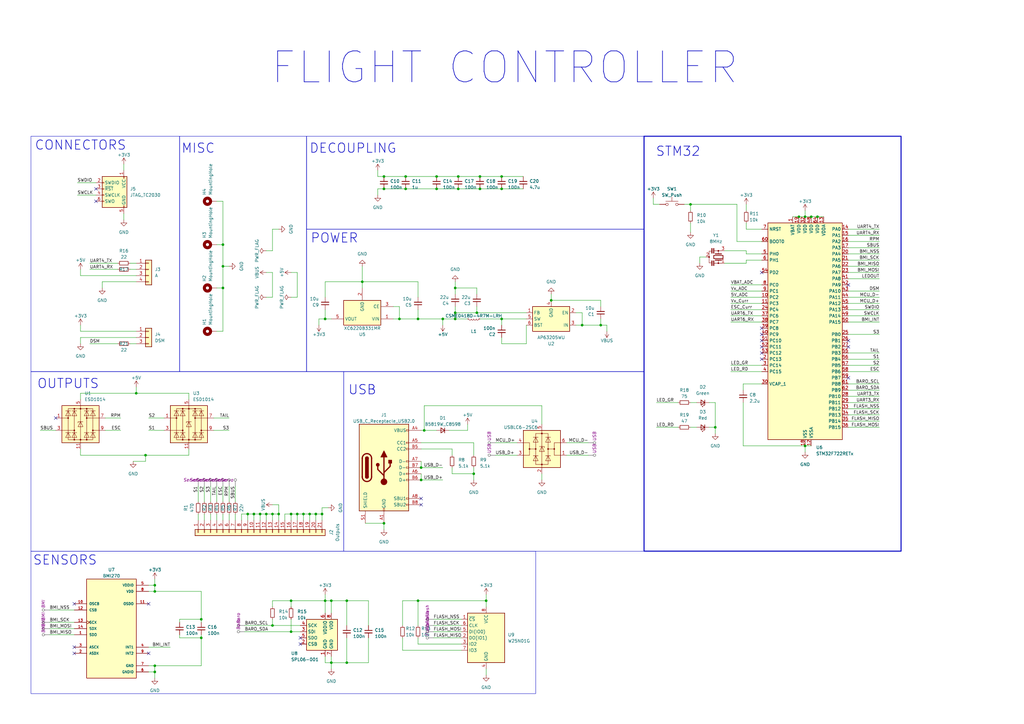
<source format=kicad_sch>
(kicad_sch (version 20250114) (generator "eeschema") (generator_version "9.0")
  (paper "A3")
  (rectangle (start 12.7 152.4) (end 140.97 226.06))
  (rectangle (start 12.7 226.06) (end 219.71 284.48))
  (rectangle (start 125.73 55.88) (end 264.16 93.98))
  (rectangle (start 73.66 55.88) (end 125.73 152.4))
  (rectangle (start 125.73 93.98) (end 264.16 152.4))
  (rectangle (start 140.97 152.4) (end 264.16 226.06))
  (rectangle (start 12.7 55.88) (end 73.66 152.4))
  (rectangle (start 264.16 55.88) (end 369.57 226.06) (stroke (width 0.4)))
  (text "USB" (at 148.59 160.02 0) (effects (font (size 3.81 3.81) (thickness 0.254) (bold yes))))
  (text "POWER" (at 137.16 97.79 0) (effects (font (size 3.81 3.81) (thickness 0.254) (bold yes))))
  (text "MISC" (at 81.28 60.96 0) (effects (font (size 3.81 3.81) (thickness 0.254) (bold yes))))
  (text "CONNECTORS\n" (at 33.02 59.69 0) (effects (font (size 3.81 3.81) (thickness 0.254) (bold yes))))
  (text "OUTPUTS\n" (at 27.94 157.48 0) (effects (font (size 3.81 3.81) (thickness 0.254) (bold yes))))
  (text "DECOUPLING" (at 144.78 60.96 0) (effects (font (size 3.81 3.81) (thickness 0.254) (bold yes))))
  (text "FLIGHT CONTROLLER" (at 207.01 27.94 0) (effects (font (size 12.7 12.7) (thickness 0.254) (bold yes))))
  (text "STM32\n" (at 278.13 62.23 0) (effects (font (size 3.81 3.81) (thickness 0.254) (bold yes))))
  (text "SENSORS\n" (at 26.67 229.87 0) (effects (font (size 3.81 3.81) (thickness 0.254) (bold yes))))
  (junction (at 187.96 72.39))
  (junction (at 133.35 130.81))
  (junction (at 59.69 186.69))
  (junction (at 142.24 271.78))
  (junction (at 181.61 130.81))
  (junction (at 238.76 133.35))
  (junction (at 82.55 261.62))
  (junction (at 196.85 72.39))
  (junction (at 82.55 254))
  (junction (at 199.39 246.38))
  (junction (at 327.66 88.9))
  (junction (at 135.89 271.78))
  (junction (at 109.22 210.82))
  (junction (at 104.14 210.82))
  (junction (at 179.07 72.39))
  (junction (at 119.38 259.08))
  (junction (at 135.89 246.38))
  (junction (at 101.6 210.82))
  (junction (at 63.5 242.57))
  (junction (at 173.99 176.53))
  (junction (at 172.72 191.77))
  (junction (at 283.21 83.82))
  (junction (at 91.44 100.33))
  (junction (at 124.46 210.82))
  (junction (at 142.24 246.38))
  (junction (at 179.07 77.47))
  (junction (at 166.37 72.39))
  (junction (at 91.44 109.22))
  (junction (at 121.92 210.82))
  (junction (at 171.45 246.38))
  (junction (at 55.88 161.29))
  (junction (at 148.59 115.57))
  (junction (at 119.38 246.38))
  (junction (at 133.35 246.38))
  (junction (at 157.48 214.63))
  (junction (at 157.48 77.47))
  (junction (at 187.96 77.47))
  (junction (at 163.83 130.81))
  (junction (at 186.69 118.11))
  (junction (at 127 210.82))
  (junction (at 172.72 196.85))
  (junction (at 63.5 273.05))
  (junction (at 129.54 210.82))
  (junction (at 330.2 182.88))
  (junction (at 166.37 77.47))
  (junction (at 171.45 130.81))
  (junction (at 186.69 128.27))
  (junction (at 330.2 88.9))
  (junction (at 114.3 210.82))
  (junction (at 63.5 240.03))
  (junction (at 111.76 256.54))
  (junction (at 195.58 128.27))
  (junction (at 132.08 210.82))
  (junction (at 157.48 72.39))
  (junction (at 226.06 123.19))
  (junction (at 111.76 210.82))
  (junction (at 205.74 77.47))
  (junction (at 335.28 88.9))
  (junction (at 119.38 210.82))
  (junction (at 196.85 77.47))
  (junction (at 205.74 130.81))
  (junction (at 332.74 88.9))
  (junction (at 246.38 133.35))
  (junction (at 194.31 194.31))
  (junction (at 106.68 210.82))
  (junction (at 186.69 130.81))
  (junction (at 91.44 118.11))
  (junction (at 293.37 175.26))
  (junction (at 205.74 72.39))
  (junction (at 63.5 275.59))
  (no_connect (at 312.42 137.16))
  (no_connect (at 39.37 82.55))
  (no_connect (at 312.42 142.24))
  (no_connect (at 123.19 261.62))
  (no_connect (at 347.98 142.24))
  (no_connect (at 312.42 139.7))
  (no_connect (at 60.96 267.97))
  (no_connect (at 312.42 111.76))
  (no_connect (at 39.37 77.47))
  (no_connect (at 312.42 147.32))
  (no_connect (at 347.98 116.84))
  (no_connect (at 22.86 171.45))
  (no_connect (at 60.96 247.65))
  (no_connect (at 172.72 204.47))
  (no_connect (at 30.48 247.65))
  (no_connect (at 312.42 144.78))
  (no_connect (at 347.98 154.94))
  (no_connect (at 30.48 267.97))
  (no_connect (at 312.42 134.62))
  (no_connect (at 30.48 265.43))
  (no_connect (at 123.19 264.16))
  (no_connect (at 347.98 139.7))
  (no_connect (at 172.72 207.01))
  (wire (pts (xy 33.02 163.83) (xy 33.02 161.29)))
  (wire (pts (xy 171.45 115.57) (xy 148.59 115.57)))
  (wire (pts (xy 91.44 210.82) (xy 91.44 213.36)))
  (wire (pts (xy 287.02 105.41) (xy 287.02 107.95)))
  (wire (pts (xy 63.5 237.49) (xy 63.5 240.03)))
  (wire (pts (xy 347.98 137.16) (xy 360.68 137.16)))
  (wire (pts (xy 73.66 254) (xy 82.55 254)))
  (wire (pts (xy 187.96 72.39) (xy 196.85 72.39)))
  (wire (pts (xy 283.21 83.82) (xy 283.21 86.36)))
  (wire (pts (xy 347.98 99.06) (xy 360.68 99.06)))
  (wire (pts (xy 20.32 250.19) (xy 30.48 250.19)))
  (wire (pts (xy 246.38 133.35) (xy 248.92 133.35)))
  (wire (pts (xy 347.98 129.54) (xy 360.68 129.54)))
  (wire (pts (xy 205.74 72.39) (xy 214.63 72.39)))
  (wire (pts (xy 20.32 257.81) (xy 30.48 257.81)))
  (wire (pts (xy 20.32 255.27) (xy 30.48 255.27)))
  (wire (pts (xy 31.75 74.93) (xy 39.37 74.93)))
  (wire (pts (xy 299.72 132.08) (xy 312.42 132.08)))
  (wire (pts (xy 195.58 120.65) (xy 195.58 118.11)))
  (wire (pts (xy 132.08 210.82) (xy 132.08 213.36)))
  (wire (pts (xy 312.42 93.98) (xy 306.07 93.98)))
  (wire (pts (xy 302.26 99.06) (xy 302.26 83.82)))
  (wire (pts (xy 347.98 175.26) (xy 360.68 175.26)))
  (wire (pts (xy 53.34 140.97) (xy 55.88 140.97)))
  (wire (pts (xy 172.72 181.61) (xy 194.31 181.61)))
  (wire (pts (xy 297.18 107.95) (xy 306.07 107.95)))
  (wire (pts (xy 332.74 88.9) (xy 335.28 88.9)))
  (wire (pts (xy 347.98 104.14) (xy 360.68 104.14)))
  (wire (pts (xy 55.88 158.75) (xy 55.88 161.29)))
  (wire (pts (xy 73.66 261.62) (xy 82.55 261.62)))
  (wire (pts (xy 299.72 116.84) (xy 312.42 116.84)))
  (wire (pts (xy 312.42 157.48) (xy 304.8 157.48)))
  (wire (pts (xy 280.67 83.82) (xy 283.21 83.82)))
  (wire (pts (xy 116.84 210.82) (xy 119.38 210.82)))
  (wire (pts (xy 91.44 118.11) (xy 91.44 109.22)))
  (wire (pts (xy 133.35 271.78) (xy 135.89 271.78)))
  (wire (pts (xy 119.38 121.92) (xy 121.92 121.92)))
  (wire (pts (xy 232.41 181.61) (xy 241.3 181.61)))
  (wire (pts (xy 133.35 243.84) (xy 133.35 246.38)))
  (wire (pts (xy 43.18 171.45) (xy 49.53 171.45)))
  (wire (pts (xy 154.94 77.47) (xy 154.94 80.01)))
  (wire (pts (xy 163.83 125.73) (xy 163.83 130.81)))
  (wire (pts (xy 172.72 194.31) (xy 172.72 196.85)))
  (wire (pts (xy 77.47 184.15) (xy 77.47 186.69)))
  (wire (pts (xy 347.98 121.92) (xy 360.68 121.92)))
  (wire (pts (xy 20.32 260.35) (xy 30.48 260.35)))
  (wire (pts (xy 77.47 161.29) (xy 77.47 163.83)))
  (wire (pts (xy 165.1 261.62) (xy 165.1 266.7)))
  (wire (pts (xy 205.74 140.97) (xy 205.74 138.43)))
  (wire (pts (xy 36.83 140.97) (xy 48.26 140.97)))
  (wire (pts (xy 53.34 107.95) (xy 55.88 107.95)))
  (wire (pts (xy 129.54 210.82) (xy 129.54 213.36)))
  (wire (pts (xy 106.68 210.82) (xy 104.14 210.82)))
  (wire (pts (xy 330.2 182.88) (xy 330.2 185.42)))
  (wire (pts (xy 347.98 167.64) (xy 360.68 167.64)))
  (wire (pts (xy 177.8 256.54) (xy 189.23 256.54)))
  (wire (pts (xy 205.74 77.47) (xy 214.63 77.47)))
  (wire (pts (xy 347.98 114.3) (xy 360.68 114.3)))
  (wire (pts (xy 246.38 133.35) (xy 238.76 133.35)))
  (wire (pts (xy 142.24 246.38) (xy 142.24 256.54)))
  (wire (pts (xy 203.2 181.61) (xy 212.09 181.61)))
  (wire (pts (xy 111.76 210.82) (xy 109.22 210.82)))
  (wire (pts (xy 91.44 199.39) (xy 91.44 205.74)))
  (wire (pts (xy 148.59 115.57) (xy 133.35 115.57)))
  (wire (pts (xy 347.98 132.08) (xy 360.68 132.08)))
  (wire (pts (xy 177.8 254) (xy 189.23 254)))
  (wire (pts (xy 111.76 256.54) (xy 123.19 256.54)))
  (wire (pts (xy 347.98 172.72) (xy 360.68 172.72)))
  (wire (pts (xy 114.3 210.82) (xy 111.76 210.82)))
  (wire (pts (xy 304.8 157.48) (xy 304.8 160.02)))
  (wire (pts (xy 157.48 77.47) (xy 154.94 77.47)))
  (wire (pts (xy 232.41 186.69) (xy 241.3 186.69)))
  (wire (pts (xy 186.69 128.27) (xy 195.58 128.27)))
  (wire (pts (xy 31.75 80.01) (xy 39.37 80.01)))
  (wire (pts (xy 199.39 246.38) (xy 199.39 248.92)))
  (wire (pts (xy 82.55 242.57) (xy 82.55 254)))
  (wire (pts (xy 59.69 189.23) (xy 54.61 189.23)))
  (wire (pts (xy 171.45 246.38) (xy 199.39 246.38)))
  (wire (pts (xy 166.37 72.39) (xy 179.07 72.39)))
  (wire (pts (xy 166.37 77.47) (xy 179.07 77.47)))
  (wire (pts (xy 347.98 160.02) (xy 360.68 160.02)))
  (wire (pts (xy 330.2 182.88) (xy 332.74 182.88)))
  (wire (pts (xy 83.82 199.39) (xy 83.82 205.74)))
  (wire (pts (xy 132.08 208.28) (xy 132.08 210.82)))
  (wire (pts (xy 63.5 273.05) (xy 60.96 273.05)))
  (wire (pts (xy 290.83 175.26) (xy 293.37 175.26)))
  (wire (pts (xy 312.42 99.06) (xy 302.26 99.06)))
  (wire (pts (xy 67.31 171.45) (xy 60.96 171.45)))
  (wire (pts (xy 132.08 210.82) (xy 129.54 210.82)))
  (wire (pts (xy 347.98 119.38) (xy 360.68 119.38)))
  (wire (pts (xy 59.69 186.69) (xy 77.47 186.69)))
  (wire (pts (xy 306.07 106.68) (xy 306.07 107.95)))
  (wire (pts (xy 111.76 93.98) (xy 114.3 93.98)))
  (wire (pts (xy 327.66 88.9) (xy 330.2 88.9)))
  (wire (pts (xy 148.59 115.57) (xy 148.59 118.11)))
  (wire (pts (xy 325.12 88.9) (xy 327.66 88.9)))
  (wire (pts (xy 82.55 261.62) (xy 82.55 260.35)))
  (wire (pts (xy 96.52 210.82) (xy 96.52 213.36)))
  (wire (pts (xy 304.8 165.1) (xy 304.8 182.88)))
  (wire (pts (xy 236.22 133.35) (xy 238.76 133.35)))
  (wire (pts (xy 270.51 83.82) (xy 267.97 83.82)))
  (wire (pts (xy 121.92 210.82) (xy 121.92 213.36)))
  (wire (pts (xy 196.85 72.39) (xy 205.74 72.39)))
  (wire (pts (xy 82.55 254) (xy 82.55 255.27)))
  (wire (pts (xy 124.46 210.82) (xy 121.92 210.82)))
  (wire (pts (xy 215.9 128.27) (xy 195.58 128.27)))
  (wire (pts (xy 157.48 72.39) (xy 154.94 72.39)))
  (wire (pts (xy 215.9 130.81) (xy 205.74 130.81)))
  (wire (pts (xy 33.02 110.49) (xy 33.02 113.03)))
  (wire (pts (xy 114.3 207.01) (xy 111.76 207.01)))
  (wire (pts (xy 181.61 130.81) (xy 171.45 130.81)))
  (wire (pts (xy 50.8 67.31) (xy 50.8 69.85)))
  (wire (pts (xy 299.72 124.46) (xy 312.42 124.46)))
  (wire (pts (xy 119.38 254) (xy 119.38 259.08)))
  (wire (pts (xy 347.98 165.1) (xy 360.68 165.1)))
  (wire (pts (xy 88.9 100.33) (xy 91.44 100.33)))
  (wire (pts (xy 49.53 176.53) (xy 43.18 176.53)))
  (wire (pts (xy 186.69 130.81) (xy 186.69 128.27)))
  (wire (pts (xy 100.33 256.54) (xy 111.76 256.54)))
  (wire (pts (xy 121.92 111.76) (xy 119.38 111.76)))
  (wire (pts (xy 59.69 186.69) (xy 59.69 189.23)))
  (wire (pts (xy 171.45 121.92) (xy 171.45 115.57)))
  (wire (pts (xy 157.48 214.63) (xy 157.48 217.17)))
  (wire (pts (xy 226.06 123.19) (xy 226.06 120.65)))
  (wire (pts (xy 109.22 111.76) (xy 111.76 111.76)))
  (wire (pts (xy 283.21 175.26) (xy 285.75 175.26)))
  (wire (pts (xy 181.61 133.35) (xy 181.61 130.81)))
  (wire (pts (xy 186.69 118.11) (xy 186.69 120.65)))
  (wire (pts (xy 119.38 246.38) (xy 133.35 246.38)))
  (wire (pts (xy 347.98 152.4) (xy 360.68 152.4)))
  (wire (pts (xy 111.76 246.38) (xy 119.38 246.38)))
  (wire (pts (xy 130.81 133.35) (xy 130.81 130.81)))
  (wire (pts (xy 129.54 210.82) (xy 127 210.82)))
  (wire (pts (xy 142.24 271.78) (xy 151.13 271.78)))
  (wire (pts (xy 335.28 88.9) (xy 337.82 88.9)))
  (wire (pts (xy 73.66 254) (xy 73.66 255.27)))
  (wire (pts (xy 135.89 246.38) (xy 142.24 246.38)))
  (wire (pts (xy 86.36 199.39) (xy 86.36 205.74)))
  (wire (pts (xy 109.22 210.82) (xy 106.68 210.82)))
  (wire (pts (xy 55.88 135.89) (xy 33.02 135.89)))
  (wire (pts (xy 347.98 157.48) (xy 360.68 157.48)))
  (wire (pts (xy 172.72 191.77) (xy 181.61 191.77)))
  (wire (pts (xy 157.48 72.39) (xy 166.37 72.39)))
  (wire (pts (xy 172.72 176.53) (xy 173.99 176.53)))
  (wire (pts (xy 134.62 208.28) (xy 132.08 208.28)))
  (wire (pts (xy 50.8 87.63) (xy 50.8 90.17)))
  (wire (pts (xy 238.76 128.27) (xy 236.22 128.27)))
  (wire (pts (xy 347.98 101.6) (xy 360.68 101.6)))
  (wire (pts (xy 299.72 119.38) (xy 312.42 119.38)))
  (wire (pts (xy 171.45 127) (xy 171.45 130.81)))
  (wire (pts (xy 306.07 83.82) (xy 306.07 86.36)))
  (wire (pts (xy 330.2 86.36) (xy 330.2 88.9)))
  (wire (pts (xy 306.07 91.44) (xy 306.07 93.98)))
  (wire (pts (xy 106.68 210.82) (xy 106.68 213.36)))
  (wire (pts (xy 293.37 175.26) (xy 293.37 177.8)))
  (wire (pts (xy 33.02 186.69) (xy 59.69 186.69)))
  (wire (pts (xy 347.98 96.52) (xy 360.68 96.52)))
  (wire (pts (xy 100.33 259.08) (xy 119.38 259.08)))
  (wire (pts (xy 347.98 149.86) (xy 360.68 149.86)))
  (wire (pts (xy 185.42 194.31) (xy 194.31 194.31)))
  (wire (pts (xy 165.1 246.38) (xy 171.45 246.38)))
  (wire (pts (xy 222.25 166.37) (xy 173.99 166.37)))
  (wire (pts (xy 171.45 264.16) (xy 189.23 264.16)))
  (wire (pts (xy 205.74 130.81) (xy 205.74 133.35)))
  (wire (pts (xy 173.99 176.53) (xy 179.07 176.53)))
  (wire (pts (xy 104.14 210.82) (xy 104.14 213.36)))
  (wire (pts (xy 171.45 261.62) (xy 171.45 264.16)))
  (wire (pts (xy 195.58 118.11) (xy 186.69 118.11)))
  (wire (pts (xy 222.25 194.31) (xy 222.25 196.85)))
  (wire (pts (xy 196.85 77.47) (xy 205.74 77.47)))
  (wire (pts (xy 199.39 243.84) (xy 199.39 246.38)))
  (wire (pts (xy 63.5 242.57) (xy 82.55 242.57)))
  (wire (pts (xy 87.63 176.53) (xy 93.98 176.53)))
  (wire (pts (xy 179.07 77.47) (xy 187.96 77.47)))
  (wire (pts (xy 96.52 199.39) (xy 96.52 205.74)))
  (wire (pts (xy 111.76 254) (xy 111.76 256.54)))
  (wire (pts (xy 55.88 161.29) (xy 77.47 161.29)))
  (wire (pts (xy 33.02 161.29) (xy 55.88 161.29)))
  (wire (pts (xy 109.22 102.87) (xy 111.76 102.87)))
  (wire (pts (xy 60.96 265.43) (xy 69.85 265.43)))
  (wire (pts (xy 93.98 210.82) (xy 93.98 213.36)))
  (wire (pts (xy 347.98 124.46) (xy 360.68 124.46)))
  (wire (pts (xy 297.18 102.87) (xy 306.07 102.87)))
  (wire (pts (xy 88.9 135.89) (xy 91.44 135.89)))
  (wire (pts (xy 119.38 210.82) (xy 121.92 210.82)))
  (wire (pts (xy 347.98 162.56) (xy 360.68 162.56)))
  (wire (pts (xy 114.3 210.82) (xy 114.3 213.36)))
  (wire (pts (xy 133.35 121.92) (xy 133.35 115.57)))
  (wire (pts (xy 269.24 175.26) (xy 278.13 175.26)))
  (wire (pts (xy 191.77 130.81) (xy 186.69 130.81)))
  (wire (pts (xy 215.9 140.97) (xy 205.74 140.97)))
  (wire (pts (xy 133.35 130.81) (xy 135.89 130.81)))
  (wire (pts (xy 177.8 259.08) (xy 189.23 259.08)))
  (wire (pts (xy 222.25 166.37) (xy 222.25 173.99)))
  (wire (pts (xy 199.39 274.32) (xy 199.39 276.86)))
  (wire (pts (xy 36.83 107.95) (xy 48.26 107.95)))
  (wire (pts (xy 177.8 261.62) (xy 189.23 261.62)))
  (wire (pts (xy 63.5 273.05) (xy 82.55 273.05)))
  (wire (pts (xy 81.28 199.39) (xy 81.28 205.74)))
  (wire (pts (xy 172.72 184.15) (xy 185.42 184.15)))
  (wire (pts (xy 33.02 138.43) (xy 55.88 138.43)))
  (wire (pts (xy 91.44 109.22) (xy 93.98 109.22)))
  (wire (pts (xy 135.89 269.24) (xy 135.89 271.78)))
  (wire (pts (xy 248.92 135.89) (xy 248.92 133.35)))
  (wire (pts (xy 22.86 176.53) (xy 16.51 176.53)))
  (wire (pts (xy 173.99 166.37) (xy 173.99 176.53)))
  (wire (pts (xy 184.15 176.53) (xy 191.77 176.53)))
  (wire (pts (xy 194.31 191.77) (xy 194.31 194.31)))
  (wire (pts (xy 63.5 275.59) (xy 63.5 278.13)))
  (wire (pts (xy 83.82 210.82) (xy 83.82 213.36)))
  (wire (pts (xy 33.02 138.43) (xy 33.02 140.97)))
  (wire (pts (xy 109.22 210.82) (xy 109.22 213.36)))
  (wire (pts (xy 91.44 109.22) (xy 91.44 100.33)))
  (wire (pts (xy 111.76 248.92) (xy 111.76 246.38)))
  (wire (pts (xy 186.69 130.81) (xy 181.61 130.81)))
  (wire (pts (xy 283.21 165.1) (xy 285.75 165.1)))
  (wire (pts (xy 93.98 199.39) (xy 93.98 205.74)))
  (wire (pts (xy 60.96 240.03) (xy 63.5 240.03)))
  (wire (pts (xy 135.89 271.78) (xy 135.89 274.32)))
  (wire (pts (xy 41.91 115.57) (xy 41.91 118.11)))
  (wire (pts (xy 163.83 130.81) (xy 161.29 130.81)))
  (wire (pts (xy 101.6 210.82) (xy 99.06 210.82)))
  (wire (pts (xy 191.77 173.99) (xy 191.77 176.53)))
  (wire (pts (xy 347.98 147.32) (xy 360.68 147.32)))
  (wire (pts (xy 171.45 256.54) (xy 171.45 246.38)))
  (wire (pts (xy 306.07 104.14) (xy 312.42 104.14)))
  (wire (pts (xy 269.24 165.1) (xy 278.13 165.1)))
  (wire (pts (xy 194.31 194.31) (xy 194.31 196.85)))
  (wire (pts (xy 133.35 246.38) (xy 135.89 246.38)))
  (wire (pts (xy 149.86 214.63) (xy 157.48 214.63)))
  (wire (pts (xy 53.34 110.49) (xy 55.88 110.49)))
  (wire (pts (xy 111.76 210.82) (xy 111.76 213.36)))
  (wire (pts (xy 293.37 165.1) (xy 293.37 175.26)))
  (wire (pts (xy 293.37 165.1) (xy 290.83 165.1)))
  (wire (pts (xy 101.6 210.82) (xy 101.6 213.36)))
  (wire (pts (xy 215.9 133.35) (xy 215.9 140.97)))
  (wire (pts (xy 99.06 210.82) (xy 99.06 213.36)))
  (wire (pts (xy 186.69 118.11) (xy 186.69 115.57)))
  (wire (pts (xy 299.72 129.54) (xy 312.42 129.54)))
  (wire (pts (xy 111.76 121.92) (xy 111.76 111.76)))
  (wire (pts (xy 187.96 77.47) (xy 196.85 77.47)))
  (wire (pts (xy 347.98 111.76) (xy 360.68 111.76)))
  (wire (pts (xy 238.76 133.35) (xy 238.76 128.27)))
  (wire (pts (xy 86.36 210.82) (xy 86.36 213.36)))
  (wire (pts (xy 283.21 91.44) (xy 283.21 95.25)))
  (wire (pts (xy 299.72 149.86) (xy 312.42 149.86)))
  (wire (pts (xy 154.94 69.85) (xy 154.94 72.39)))
  (wire (pts (xy 185.42 184.15) (xy 185.42 186.69)))
  (wire (pts (xy 347.98 127) (xy 360.68 127)))
  (wire (pts (xy 151.13 271.78) (xy 151.13 261.62)))
  (wire (pts (xy 88.9 118.11) (xy 91.44 118.11)))
  (wire (pts (xy 133.35 130.81) (xy 133.35 127)))
  (wire (pts (xy 142.24 261.62) (xy 142.24 271.78)))
  (wire (pts (xy 142.24 246.38) (xy 151.13 246.38)))
  (wire (pts (xy 347.98 106.68) (xy 360.68 106.68)))
  (wire (pts (xy 133.35 246.38) (xy 133.35 251.46)))
  (wire (pts (xy 60.96 242.57) (xy 63.5 242.57)))
  (wire (pts (xy 148.59 115.57) (xy 148.59 109.22)))
  (wire (pts (xy 33.02 186.69) (xy 33.02 184.15)))
  (wire (pts (xy 133.35 269.24) (xy 133.35 271.78)))
  (wire (pts (xy 127 210.82) (xy 124.46 210.82)))
  (wire (pts (xy 109.22 121.92) (xy 111.76 121.92)))
  (wire (pts (xy 299.72 127) (xy 312.42 127)))
  (wire (pts (xy 172.72 189.23) (xy 172.72 191.77)))
  (wire (pts (xy 104.14 210.82) (xy 101.6 210.82)))
  (wire (pts (xy 267.97 81.28) (xy 267.97 83.82)))
  (wire (pts (xy 60.96 176.53) (xy 67.31 176.53)))
  (wire (pts (xy 135.89 271.78) (xy 142.24 271.78)))
  (wire (pts (xy 186.69 128.27) (xy 186.69 125.73)))
  (wire (pts (xy 91.44 82.55) (xy 88.9 82.55)))
  (wire (pts (xy 312.42 106.68) (xy 306.07 106.68)))
  (wire (pts (xy 347.98 109.22) (xy 360.68 109.22)))
  (wire (pts (xy 127 210.82) (xy 127 213.36)))
  (wire (pts (xy 347.98 144.78) (xy 360.68 144.78)))
  (wire (pts (xy 135.89 246.38) (xy 135.89 251.46)))
  (wire (pts (xy 87.63 171.45) (xy 93.98 171.45)))
  (wire (pts (xy 114.3 210.82) (xy 114.3 207.01)))
  (wire (pts (xy 119.38 246.38) (xy 119.38 248.92)))
  (wire (pts (xy 111.76 102.87) (xy 111.76 93.98)))
  (wire (pts (xy 91.44 135.89) (xy 91.44 118.11)))
  (wire (pts (xy 73.66 261.62) (xy 73.66 260.35)))
  (wire (pts (xy 81.28 210.82) (xy 81.28 213.36)))
  (wire (pts (xy 165.1 266.7) (xy 189.23 266.7)))
  (wire (pts (xy 124.46 210.82) (xy 124.46 213.36)))
  (wire (pts (xy 119.38 259.08) (xy 123.19 259.08)))
  (wire (pts (xy 172.72 196.85) (xy 181.61 196.85)))
  (wire (pts (xy 91.44 100.33) (xy 91.44 82.55)))
  (wire (pts (xy 63.5 275.59) (xy 60.96 275.59)))
  (wire (pts (xy 161.29 125.73) (xy 163.83 125.73)))
  (wire (pts (xy 283.21 83.82) (xy 302.26 83.82)))
  (wire (pts (xy 55.88 115.57) (xy 41.91 115.57)))
  (wire (pts (xy 246.38 130.81) (xy 246.38 133.35)))
  (wire (pts (xy 289.56 105.41) (xy 287.02 105.41)))
  (wire (pts (xy 36.83 110.49) (xy 48.26 110.49)))
  (wire (pts (xy 195.58 128.27) (xy 195.58 125.73)))
  (wire (pts (xy 299.72 121.92) (xy 312.42 121.92)))
  (wire (pts (xy 347.98 93.98) (xy 360.68 93.98)))
  (wire (pts (xy 88.9 210.82) (xy 88.9 213.36)))
  (wire (pts (xy 119.38 213.36) (xy 119.38 210.82)))
  (wire (pts (xy 203.2 186.69) (xy 212.09 186.69)))
  (wire (pts (xy 226.06 123.19) (xy 246.38 123.19)))
  (wire (pts (xy 330.2 88.9) (xy 332.74 88.9)))
  (wire (pts (xy 63.5 242.57) (xy 63.5 240.03)))
  (wire (pts (xy 246.38 123.19) (xy 246.38 125.73)))
  (wire (pts (xy 205.74 130.81) (xy 196.85 130.81)))
  (wire (pts (xy 157.48 77.47) (xy 166.37 77.47)))
  (wire (pts (xy 304.8 182.88) (xy 330.2 182.88)))
  (wire (pts (xy 306.07 102.87) (xy 306.07 104.14)))
  (wire (pts (xy 299.72 152.4) (xy 312.42 152.4)))
  (wire (pts (xy 179.07 72.39) (xy 187.96 72.39)))
  (wire (pts (xy 171.45 130.81) (xy 163.83 130.81)))
  (wire (pts (xy 185.42 191.77) (xy 185.42 194.31)))
  (wire (pts (xy 82.55 273.05) (xy 82.55 261.62)))
  (wire (pts (xy 194.31 181.61) (xy 194.31 186.69)))
  (wire (pts (xy 55.88 113.03) (xy 33.02 113.03)))
  (wire (pts (xy 33.02 133.35) (xy 33.02 135.89)))
  (wire (pts (xy 133.35 130.81) (xy 130.81 130.81)))
  (wire (pts (xy 116.84 213.36) (xy 116.84 210.82)))
  (wire (pts (xy 88.9 199.39) (xy 88.9 205.74)))
  (wire (pts (xy 165.1 256.54) (xy 165.1 246.38)))
  (wire (pts (xy 151.13 246.38) (xy 151.13 256.54)))
  (wire (pts (xy 63.5 273.05) (xy 63.5 275.59)))
  (wire (pts (xy 121.92 121.92) (xy 121.92 111.76)))
  (wire (pts (xy 347.98 170.18) (xy 360.68 170.18)))
  (label "SBUS" (at 16.51 176.53 0))
  (label "MCU_D+" (at 203.2 181.61 0))
  (label "UART4_RX" (at 36.83 110.49 0))
  (label "S3" (at 93.98 176.53 180))
  (label "USB_D-" (at 181.61 191.77 180))
  (label "FLASH_MOSI" (at 177.8 259.08 0))
  (label "UART3_TX" (at 360.68 162.56 180))
  (label "UART4_TX" (at 36.83 107.95 0))
  (label "MCU_D+" (at 360.68 124.46 180))
  (label "ESC" (at 360.68 152.4 180))
  (label "S2" (at 60.96 171.45 0))
  (label "DSM" (at 360.68 119.38 180))
  (label "BMI_NSS" (at 20.32 250.19 0))
  (label "LED_GR" (at 299.72 149.86 0))
  (label "BMI_MISO" (at 360.68 109.22 180))
  (label "BARO_SDA" (at 100.33 259.08 0))
  (label "FLASH_NSS" (at 177.8 254 0))
  (label "RPM" (at 93.98 199.39 270))
  (label "DSM" (at 36.83 140.97 0))
  (label "BARO_SCL" (at 100.33 256.54 0))
  (label "ESC" (at 91.44 199.39 270))
  (label "SWDIO" (at 31.75 74.93 0))
  (label "TAIL" (at 93.98 171.45 180))
  (label "MCU_D-" (at 241.3 181.61 180))
  (label "USB_D+" (at 203.2 186.69 0))
  (label "BMI_MOSI" (at 360.68 111.76 180))
  (label "Vx_ADC" (at 299.72 119.38 0))
  (label "BMI_INT" (at 360.68 132.08 180))
  (label "FLASH_MOSI" (at 360.68 175.26 180))
  (label "BARO_SDA" (at 360.68 160.02 180))
  (label "LEDOUT" (at 360.68 114.3 180))
  (label "TAIL" (at 88.9 199.39 270))
  (label "USB_D+" (at 181.61 196.85 180))
  (label "S1" (at 360.68 147.32 180))
  (label "RPM" (at 360.68 99.06 180))
  (label "SBUS" (at 96.52 199.39 270))
  (label "LED_GR" (at 269.24 165.1 0))
  (label "FLASH_NSS" (at 360.68 167.64 180))
  (label "UART4_RX" (at 360.68 96.52 180))
  (label "VBAT_ADC" (at 299.72 116.84 0))
  (label "BARO_SCL" (at 360.68 157.48 180))
  (label "BMI_SCK" (at 360.68 106.68 180))
  (label "S1" (at 81.28 199.39 270))
  (label "BMI_INT" (at 69.85 265.43 180))
  (label "S2" (at 83.82 199.39 270))
  (label "S1" (at 60.96 176.53 0))
  (label "FLASH_MISO" (at 177.8 261.62 0))
  (label "LED_RD" (at 269.24 175.26 0))
  (label "FLASH_SCK" (at 360.68 170.18 180))
  (label "RPM" (at 49.53 171.45 180))
  (label "FLASH_MISO" (at 360.68 172.72 180))
  (label "UART6_TX" (at 299.72 129.54 0))
  (label "BMI_MISO" (at 20.32 260.35 0))
  (label "BMI_NSS" (at 360.68 104.14 180))
  (label "USB_D-" (at 241.3 186.69 180))
  (label "SWCLK" (at 360.68 129.54 180))
  (label "UART6_RX" (at 299.72 132.08 0))
  (label "UART3_RX" (at 360.68 165.1 180))
  (label "S3" (at 360.68 137.16 180))
  (label "SWCLK" (at 31.75 80.01 0))
  (label "SBUS" (at 360.68 101.6 180))
  (label "UART4_TX" (at 360.68 93.98 180))
  (label "ESC" (at 49.53 176.53 180))
  (label "TAIL" (at 360.68 144.78 180))
  (label "S2" (at 360.68 149.86 180))
  (label "ESC_Curr" (at 299.72 127 0))
  (label "BMI_MOSI" (at 20.32 257.81 0))
  (label "Vx_Curr" (at 299.72 124.46 0))
  (label "FLASH_SCK" (at 177.8 256.54 0))
  (label "SWDIO" (at 360.68 127 180))
  (label "LED_RD" (at 299.72 152.4 0))
  (label "5V_ADC" (at 299.72 121.92 0))
  (label "BMI_SCK" (at 20.32 255.27 0))
  (label "S3" (at 86.36 199.39 270))
  (label "MCU_D-" (at 360.68 121.92 180))
  (netclass_flag "" (length 2.54) (shape round) (at 100.33 256.54 90) (property "Netclass" "Baro" (at 97.79 255.8415 90) (effects (font (italic yes)) (justify left))))
  (netclass_flag "" (length 2.54) (shape round) (at 96.52 199.39 0) (property "Netclass" "Servo" (at 95.8215 196.85 0) (effects (font (italic yes)) (justify right))))
  (netclass_flag "" (length 2.54) (shape round) (at 93.98 199.39 0) (property "Netclass" "Servo" (at 93.2815 196.85 0) (effects (font (italic yes)) (justify right))))
  (netclass_flag "" (length 2.54) (shape round) (at 100.33 259.08 90) (property "Netclass" "Baro" (at 97.79 258.3815 90) (effects (font (italic yes)) (justify left))))
  (netclass_flag "" (length 2.54) (shape round) (at 241.3 181.61 270) (property "Netclass" "USB" (at 243.84 180.9115 90) (effects (font (italic yes)) (justify left))))
  (netclass_flag "" (length 2.54) (shape round) (at 20.32 260.35 90) (property "Netclass" "BMI" (at 17.78 259.6515 90) (effects (font (italic yes)) (justify left))))
  (netclass_flag "" (length 2.54) (shape round) (at 86.36 199.39 0) (property "Netclass" "Servo" (at 85.6615 196.85 0) (effects (font (italic yes)) (justify right))))
  (netclass_flag "" (length 2.54) (shape round) (at 20.32 250.19 90) (property "Netclass" "BMI" (at 17.78 249.4915 90) (effects (font (italic yes)) (justify left))))
  (netclass_flag "" (length 2.54) (shape round) (at 177.8 256.54 90) (property "Netclass" "Flash" (at 175.26 255.8415 90) (effects (font (italic yes)) (justify left))))
  (netclass_flag "" (length 2.54) (shape round) (at 91.44 199.39 0) (property "Netclass" "Servo" (at 90.7415 196.85 0) (effects (font (italic yes)) (justify right))))
  (netclass_flag "" (length 2.54) (shape round) (at 177.8 259.08 90) (property "Netclass" "Flash" (at 175.26 258.3815 90) (effects (font (italic yes)) (justify left))))
  (netclass_flag "" (length 2.54) (shape round) (at 81.28 199.39 0) (property "Netclass" "Servo" (at 80.5815 196.85 0) (effects (font (italic yes)) (justify right))))
  (netclass_flag "" (length 2.54) (shape round) (at 83.82 199.39 0) (property "Netclass" "Servo" (at 83.1215 196.85 0) (effects (font (italic yes)) (justify right))))
  (netclass_flag "" (length 2.54) (shape round) (at 203.2 186.69 90) (property "Netclass" "USB" (at 200.66 185.9915 90) (effects (font (italic yes)) (justify left))))
  (netclass_flag "" (length 2.54) (shape round) (at 203.2 181.61 90) (property "Netclass" "USB" (at 200.66 180.9115 90) (effects (font (italic yes)) (justify left))))
  (netclass_flag "" (length 2.54) (shape round) (at 177.8 254 90) (property "Netclass" "Flash" (at 175.26 253.3015 90) (effects (font (italic yes)) (justify left))))
  (netclass_flag "" (length 2.54) (shape round) (at 177.8 261.62 90) (property "Netclass" "Flash" (at 175.26 260.9215 90) (effects (font (italic yes)) (justify left))))
  (netclass_flag "" (length 2.54) (shape round) (at 20.32 255.27 90) (property "Netclass" "BMI" (at 17.78 254.5715 90) (effects (font (italic yes)) (justify left))))
  (netclass_flag "" (length 2.54) (shape round) (at 20.32 257.81 90) (property "Netclass" "BMI" (at 17.78 257.1115 90) (effects (font (italic yes)) (justify left))))
  (netclass_flag "" (length 2.54) (shape round) (at 88.9 199.39 0) (property "Netclass" "Servo" (at 88.2015 196.85 0) (effects (font (italic yes)) (justify right))))
  (netclass_flag "" (length 2.54) (shape round) (at 241.3 186.69 270) (property "Netclass" "USB" (at 243.84 185.9915 90) (effects (font (italic yes)) (justify left))))
  (symbol (lib_id "power:GND") (at 114.3 93.98 90) (unit 1)
    (property "Reference" "#PWR033" (effects (hide yes)))
    (property "Value" "GND" (at 119.38 93.98 0))
  )
  (symbol (lib_id "Device:R_Small") (at 283.21 88.9 0) (unit 1)
    (property "Reference" "R10" (at 285.75 88.265 0) (effects (justify left)))
    (property "Value" "10k" (at 285.75 90.805 0) (effects (justify left)))
    (property "Footprint" "Resistor_SMD:R_0402_1005Metric" (effects (hide yes)))
  )
  (symbol (lib_id "Device:R_Small") (at 96.52 208.28 0) (mirror y) (unit 1)
    (property "Reference" "R7" (at 96.52 208.28 90))
    (property "Value" "22r" (at 99.06 208.28 90))
    (property "Footprint" "Resistor_SMD:R_0402_1005Metric" (effects (hide yes)))
  )
  (symbol (lib_id "power:GND") (at 293.37 177.8 0) (unit 1)
    (property "Reference" "#PWR030" (effects (hide yes)))
    (property "Value" "GND" (at 293.37 182.88 0))
  )
  (symbol (lib_id "Device:R_Small") (at 83.82 208.28 0) (mirror y) (unit 1)
    (property "Reference" "R2" (at 83.82 208.28 90))
    (property "Value" "470" (effects (hide yes)))
    (property "Footprint" "Resistor_SMD:R_0402_1005Metric" (effects (hide yes)))
  )
  (symbol (lib_id "power:GND") (at 287.02 107.95 0) (unit 1)
    (property "Reference" "#PWR034" (effects (hide yes)))
    (property "Value" "GND" (at 287.02 113.03 0))
  )
  (symbol (lib_id "Device:D_Small") (at 181.61 176.53 180) (unit 1)
    (property "Reference" "D1" (at 181.61 171.45 0))
    (property "Value" "B5819W_C8598" (at 181.61 173.99 0))
    (property "Footprint" "Diode_SMD:D_SOD-123" (effects (hide yes)))
    (property "Sim.Device" "D" (effects (hide yes)))
    (property "Sim.Pins" "1=K 2=A" (effects (hide yes)))
  )
  (symbol (lib_id "marbastlib_various:JTAG_TC2030") (at 45.72 80.01 0) (unit 1)
    (property "Reference" "J5" (at 53.34 77.47 0) (effects (justify left)))
    (property "Value" "JTAG_TC2030" (at 53.34 80.01 0) (effects (justify left)))
    (property "Footprint" "marbastlib_various:CON_TC2030_outlined" (effects (hide yes)))
    (property "Datasheet" " ~" (effects (hide yes)))
  )
  (symbol (lib_id "power:PWR_FLAG") (at 109.22 102.87 90) (unit 1)
    (property "Reference" "#FLG03" (effects (hide yes)))
    (property "Value" "PWR_FLAG" (at 105.41 102.87 0))
  )
  (symbol (lib_id "Device:R_Small") (at 81.28 208.28 0) (mirror y) (unit 1)
    (property "Reference" "R1" (at 76.2 208.28 90))
    (property "Value" "470" (at 78.74 208.28 90))
    (property "Footprint" "Resistor_SMD:R_0402_1005Metric" (effects (hide yes)))
  )
  (symbol (lib_id "power:VBUS") (at 109.22 111.76 90) (unit 1)
    (property "Reference" "#PWR031" (effects (hide yes)))
    (property "Value" "VBUS" (at 105.41 111.76 0))
  )
  (symbol (lib_id "power:PWR_FLAG") (at 119.38 121.92 90) (unit 1)
    (property "Reference" "#FLG02" (effects (hide yes)))
    (property "Value" "PWR_FLAG" (at 115.57 121.92 0))
  )
  (symbol (lib_id "Mechanical:MountingHole_Pad") (at 86.36 118.11 90) (unit 1)
    (property "Reference" "H2" (at 83.82 115.57 0) (effects (justify left)))
    (property "Value" "MountingHole" (at 86.36 115.57 0) (effects (justify left)))
    (property "Footprint" "MountingHole:MountingHole_2.2mm_M2_Pad_Via" (effects (hide yes)))
  )
  (symbol (lib_id "Device:C_Small") (at 246.38 128.27 180) (unit 1)
    (property "Reference" "C1" (at 243.84 128.8987 0) (effects (justify left)))
    (property "Value" "10u" (at 243.84 126.3587 0) (effects (justify left)))
    (property "Footprint" "Capacitor_SMD:C_0603_1608Metric" (effects (hide yes)))
  )
  (symbol (lib_id "power:GND") (at 148.59 109.22 180) (unit 1)
    (property "Reference" "#PWR015" (effects (hide yes)))
    (property "Value" "GND" (at 148.59 104.14 0))
  )
  (symbol (lib_id "Regulator_Linear:XC6220B331MR") (at 148.59 128.27 180) (unit 1)
    (property "Reference" "U5" (at 148.59 137.16 0))
    (property "Value" "XC6220B331MR" (at 148.59 134.62 0))
    (property "Footprint" "Package_TO_SOT_SMD:SOT-23-5" (effects (hide yes)))
    (property "Datasheet" "https://www.torexsemi.com/file/xc6220/XC6220.pdf" (effects (hide yes)))
  )
  (symbol (lib_id "power:GND") (at 222.25 196.85 0) (unit 1)
    (property "Reference" "#PWR010" (effects (hide yes)))
    (property "Value" "GND" (at 222.25 201.93 0))
  )
  (symbol (lib_id "Device:R_Small") (at 93.98 208.28 0) (mirror y) (unit 1)
    (property "Reference" "R6" (at 93.98 208.28 90))
    (property "Value" "470" (effects (hide yes)))
    (property "Footprint" "Resistor_SMD:R_0402_1005Metric" (effects (hide yes)))
  )
  (symbol (lib_id "Device:C_Small") (at 151.13 259.08 0) (unit 1)
    (property "Reference" "C15" (at 153.67 258.4513 0) (effects (justify left)))
    (property "Value" "100n" (at 153.67 260.9913 0) (effects (justify left)))
    (property "Footprint" "Capacitor_SMD:C_0402_1005Metric" (effects (hide yes)))
  )
  (symbol (lib_id "power:+5V") (at 55.88 158.75 0) (unit 1)
    (property "Reference" "#PWR05" (effects (hide yes)))
    (property "Value" "+5V" (at 55.88 154.94 0))
  )
  (symbol (lib_id "Device:C_Small") (at 73.66 257.81 0) (unit 1)
    (property "Reference" "C13" (at 76.2 257.1813 0) (effects (justify left)))
    (property "Value" "100n" (at 76.2 259.7213 0) (effects (justify left)))
    (property "Footprint" "Capacitor_SMD:C_0402_1005Metric" (effects (hide yes)))
  )
  (symbol (lib_id "Connector_Generic:Conn_01x04") (at 60.96 110.49 0) (unit 1)
    (property "Reference" "J3" (at 63.5 110.49 0) (effects (justify left)))
    (property "Value" "A" (at 63.5 113.03 0) (effects (justify left)))
    (property "Footprint" "Connector_JST:JST_GH_BM04B-GHS-TBT_1x04-1MP_P1.25mm_Vertical" (effects (hide yes)))
  )
  (symbol (lib_id "Connector_Generic:Conn_01x21") (at 106.68 218.44 90) (mirror x) (unit 1)
    (property "Reference" "J2" (at 135.89 217.17 0) (effects (justify left)))
    (property "Value" "Outputs" (at 138.43 214.63 0) (effects (justify left)))
    (property "Footprint" "servo:7xServo_Vertical" (effects (hide yes)))
  )
  (symbol (lib_id "Switch:SW_Push") (at 275.59 83.82 0) (unit 1)
    (property "Reference" "SW1" (at 275.59 77.47 0))
    (property "Value" "SW_Push" (at 275.59 80.01 0))
    (property "Footprint" "Button_Switch_SMD:SW_Push_SPST_NO_Alps_SKRK" (effects (hide yes)))
  )
  (symbol (lib_id "power:+3V3") (at 330.2 86.36 0) (unit 1)
    (property "Reference" "#PWR018" (effects (hide yes)))
    (property "Value" "+3V3" (at 330.2 82.55 0))
  )
  (symbol (lib_id "power:GND") (at 154.94 80.01 0) (unit 1)
    (property "Reference" "#PWR021" (effects (hide yes)))
    (property "Value" "GND" (at 154.94 85.09 0))
  )
  (symbol (lib_id "Device:C_Small") (at 214.63 74.93 0) (unit 1)
    (property "Reference" "C20" (at 217.17 74.3013 0) (effects (justify left)))
    (property "Value" "4.7u" (at 217.17 76.8413 0) (effects (justify left)))
    (property "Footprint" "Capacitor_SMD:C_0402_1005Metric" (effects (hide yes)))
  )
  (symbol (lib_id "Device:R_Small") (at 185.42 189.23 0) (unit 1)
    (property "Reference" "R8" (at 187.96 188.595 0) (effects (justify left)))
    (property "Value" "5.1k" (at 187.96 191.135 0) (effects (justify left)))
    (property "Footprint" "Resistor_SMD:R_0402_1005Metric" (effects (hide yes)))
  )
  (symbol (lib_id "power:GND") (at 330.2 185.42 0) (unit 1)
    (property "Reference" "#PWR019" (effects (hide yes)))
    (property "Value" "GND" (at 330.2 190.5 0))
  )
  (symbol (lib_id "Device:C_Small") (at 205.74 135.89 0) (unit 1)
    (property "Reference" "C2" (at 203.2 137.1664 0) (effects (justify right)))
    (property "Value" "100n" (at 203.2 134.6264 0) (effects (justify right)))
    (property "Footprint" "Capacitor_SMD:C_0402_1005Metric" (effects (hide yes)))
  )
  (symbol (lib_id "Device:C_Small") (at 166.37 74.93 0) (unit 1)
    (property "Reference" "C11" (at 168.91 74.3013 0) (effects (justify left)))
    (property "Value" "1u" (at 168.91 76.8413 0) (effects (justify left)))
    (property "Footprint" "Capacitor_SMD:C_0402_1005Metric" (effects (hide yes)))
  )
  (symbol (lib_id "bmi270:SPL06-001") (at 133.35 261.62 0) (unit 1)
    (property "Reference" "U8" (at 119.38 267.97 0) (effects (justify left)))
    (property "Value" "SPL06-001" (at 119.38 270.51 0) (effects (justify left)))
    (property "Footprint" "Package_LGA:Bosch_LGA-8_2x2.5mm_P0.65mm_ClockwisePinNumbering" (effects (hide yes)))
    (property "Datasheet" "https://ae-bst.resource.bosch.com/media/_tech/media/datasheets/BST-BMP280-DS001.pdf" (effects (hide yes)))
  )
  (symbol (lib_id "power:+5V") (at 119.38 111.76 90) (unit 1)
    (property "Reference" "#PWR032" (effects (hide yes)))
    (property "Value" "+5V" (at 115.57 111.76 0))
  )
  (symbol (lib_id "power:GND") (at 194.31 196.85 0) (unit 1)
    (property "Reference" "#PWR08" (effects (hide yes)))
    (property "Value" "GND" (at 194.31 201.93 0))
  )
  (symbol (lib_id "bmi270:W225N01GVZEIG") (at 199.39 261.62 0) (unit 1)
    (property "Reference" "U9" (at 208.28 260.35 0) (effects (justify left)))
    (property "Value" "W25N01G" (at 208.28 262.89 0) (effects (justify left)))
    (property "Footprint" "Package_SON:WSON-8-1EP_8x6mm_P1.27mm_EP3.4x4.3mm" (effects (hide yes)))
  )
  (symbol (lib_id "Device:C_Small") (at 82.55 257.81 0) (unit 1)
    (property "Reference" "C16" (at 85.09 257.1813 0) (effects (justify left)))
    (property "Value" "100n" (at 85.09 259.7213 0) (effects (justify left)))
    (property "Footprint" "Capacitor_SMD:C_0402_1005Metric" (effects (hide yes)))
  )
  (symbol (lib_id "power:GND") (at 41.91 118.11 0) (unit 1)
    (property "Reference" "#PWR029" (effects (hide yes)))
    (property "Value" "GND" (at 41.91 123.19 0))
  )
  (symbol (lib_id "Device:R_Small") (at 171.45 259.08 0) (unit 1)
    (property "Reference" "R13" (at 172.72 257.81 0) (effects (justify left)))
    (property "Value" "10k" (at 172.72 260.35 0) (effects (justify left)))
    (property "Footprint" "Resistor_SMD:R_0402_1005Metric" (effects (hide yes)))
  )
  (symbol (lib_id "Device:C_Small") (at 205.74 74.93 0) (unit 1)
    (property "Reference" "C19" (at 208.28 74.3013 0) (effects (justify left)))
    (property "Value" "100n" (at 208.28 76.8413 0) (effects (justify left)))
    (property "Footprint" "Capacitor_SMD:C_0402_1005Metric" (effects (hide yes)))
  )
  (symbol (lib_id "power:+3V3") (at 306.07 83.82 0) (unit 1)
    (property "Reference" "#PWR016" (effects (hide yes)))
    (property "Value" "+3V3" (at 306.07 80.01 0))
  )
  (symbol (lib_id "Device:C_Small") (at 187.96 74.93 0) (unit 1)
    (property "Reference" "C17" (at 190.5 74.3013 0) (effects (justify left)))
    (property "Value" "100n" (at 190.5 76.8413 0) (effects (justify left)))
    (property "Footprint" "Capacitor_SMD:C_0402_1005Metric" (effects (hide yes)))
  )
  (symbol (lib_id "Device:C_Small") (at 196.85 74.93 0) (unit 1)
    (property "Reference" "C18" (at 199.39 74.3013 0) (effects (justify left)))
    (property "Value" "100n" (at 199.39 76.8413 0) (effects (justify left)))
    (property "Footprint" "Capacitor_SMD:C_0402_1005Metric" (effects (hide yes)))
  )
  (symbol (lib_id "power:+5V") (at 33.02 110.49 0) (unit 1)
    (property "Reference" "#PWR028" (effects (hide yes)))
    (property "Value" "+5V" (at 33.02 106.68 0))
  )
  (symbol (lib_id "power:+3V3") (at 267.97 81.28 0) (unit 1)
    (property "Reference" "#PWR013" (effects (hide yes)))
    (property "Value" "+3V3" (at 267.97 77.47 0))
  )
  (symbol (lib_id "Device:C_Small") (at 304.8 162.56 0) (unit 1)
    (property "Reference" "C8" (at 307.34 161.9313 0) (effects (justify left)))
    (property "Value" "2.2u" (at 307.34 164.4713 0) (effects (justify left)))
    (property "Footprint" "Capacitor_SMD:C_0402_1005Metric" (effects (hide yes)))
  )
  (symbol (lib_id "Device:C_Small") (at 142.24 259.08 0) (unit 1)
    (property "Reference" "C12" (at 144.78 258.4513 0) (effects (justify left)))
    (property "Value" "100n" (at 144.78 260.9913 0) (effects (justify left)))
    (property "Footprint" "Capacitor_SMD:C_0402_1005Metric" (effects (hide yes)))
  )
  (symbol (lib_id "power:GND") (at 33.02 140.97 0) (unit 1)
    (property "Reference" "#PWR037" (effects (hide yes)))
    (property "Value" "GND" (at 33.02 146.05 0))
  )
  (symbol (lib_id "MCU_ST_STM32F7:STM32F722RETx") (at 330.2 137.16 0) (unit 1)
    (property "Reference" "U6" (at 334.6959 183.515 0) (effects (justify left)))
    (property "Value" "STM32F722RETx" (at 334.6959 186.055 0) (effects (justify left)))
    (property "Footprint" "Package_QFP:LQFP-64_10x10mm_P0.5mm" (effects (hide yes)))
    (property "Datasheet" "https://www.st.com/resource/en/datasheet/stm32f722re.pdf" (effects (hide yes)))
  )
  (symbol (lib_id "Device:R_Small") (at 50.8 107.95 90) (unit 1)
    (property "Reference" "R16" (at 50.8 102.87 90))
    (property "Value" "22" (at 50.8 105.41 90))
    (property "Footprint" "Resistor_SMD:R_0402_1005Metric" (effects (hide yes)))
  )
  (symbol (lib_id "bmi270:ESD1014") (at 33.02 173.99 0) (unit 1)
    (property "Reference" "U1" (at 34.6711 161.29 0) (effects (justify left)))
    (property "Value" "ESD1014" (at 34.6711 163.83 0) (effects (justify left)))
    (property "Footprint" "Package_DFN_QFN:DFN-10-1EP_2.6x2.6mm_P0.5mm_EP1.3x2.2mm" (effects (hide yes)))
  )
  (symbol (lib_id "power:+3V3") (at 199.39 243.84 0) (unit 1)
    (property "Reference" "#PWR026" (effects (hide yes)))
    (property "Value" "+3V3" (at 199.39 240.03 0))
  )
  (symbol (lib_id "Device:C_Small") (at 157.48 74.93 0) (unit 1)
    (property "Reference" "C10" (at 160.02 74.3013 0) (effects (justify left)))
    (property "Value" "100n" (at 160.02 76.8413 0) (effects (justify left)))
    (property "Footprint" "Capacitor_SMD:C_0402_1005Metric" (effects (hide yes)))
  )
  (symbol (lib_id "Device:LED_Small") (at 288.29 165.1 180) (unit 1)
    (property "Reference" "D2" (at 288.2265 158.75 0))
    (property "Value" "Green" (at 288.2265 161.29 0))
    (property "Footprint" "LED_SMD:LED_0603_1608Metric" (effects (hide yes)))
  )
  (symbol (lib_id "Device:R_Small") (at 50.8 140.97 90) (unit 1)
    (property "Reference" "R21" (at 50.8 140.97 90))
    (property "Value" "22" (at 50.8 143.51 90))
    (property "Footprint" "Resistor_SMD:R_0402_1005Metric" (effects (hide yes)))
  )
  (symbol (lib_id "Device:C_Small") (at 179.07 74.93 0) (unit 1)
    (property "Reference" "C14" (at 181.61 74.3013 0) (effects (justify left)))
    (property "Value" "100n" (at 181.61 76.8413 0) (effects (justify left)))
    (property "Footprint" "Capacitor_SMD:C_0402_1005Metric" (effects (hide yes)))
  )
  (symbol (lib_id "power:+5V") (at 191.77 173.99 0) (unit 1)
    (property "Reference" "#PWR07" (effects (hide yes)))
    (property "Value" "+5V" (at 191.77 170.18 0))
  )
  (symbol (lib_id "power:+3V3") (at 154.94 69.85 0) (unit 1)
    (property "Reference" "#PWR020" (effects (hide yes)))
    (property "Value" "+3V3" (at 154.94 66.04 0))
  )
  (symbol (lib_id "power:GND") (at 134.62 208.28 90) (mirror x) (unit 1)
    (property "Reference" "#PWR02" (effects (hide yes)))
    (property "Value" "GND" (at 139.7 208.28 0))
  )
  (symbol (lib_id "Device:C_Small") (at 186.69 123.19 180) (unit 1)
    (property "Reference" "C4" (at 184.15 124.4537 0) (effects (justify left)))
    (property "Value" "22u" (at 184.15 121.9137 0) (effects (justify left)))
    (property "Footprint" "Capacitor_SMD:C_0603_1608Metric" (effects (hide yes)))
  )
  (symbol (lib_id "Connector_Generic:Conn_01x03") (at 60.96 138.43 0) (unit 1)
    (property "Reference" "J4" (at 63.5 137.16 0) (effects (justify left)))
    (property "Value" "DSM" (at 63.5 139.7 0) (effects (justify left)))
    (property "Footprint" "footprints:JST_ZH_B3B-ZR_1x03_P1.50mm_Vertical" (effects (hide yes)))
  )
  (symbol (lib_id "Device:C_Small") (at 195.58 123.19 180) (unit 1)
    (property "Reference" "C3" (at 193.04 124.4537 0) (effects (justify left)))
    (property "Value" "22u" (at 193.04 121.9137 0) (effects (justify left)))
    (property "Footprint" "Capacitor_SMD:C_0603_1608Metric" (effects (hide yes)))
  )
  (symbol (lib_id "power:GND") (at 157.48 217.17 0) (unit 1)
    (property "Reference" "#PWR03" (effects (hide yes)))
    (property "Value" "GND" (at 157.48 222.25 0))
  )
  (symbol (lib_id "Mechanical:MountingHole_Pad") (at 86.36 135.89 90) (unit 1)
    (property "Reference" "H1" (at 83.82 133.35 0) (effects (justify left)))
    (property "Value" "MountingHole" (at 86.36 133.35 0) (effects (justify left)))
    (property "Footprint" "MountingHole:MountingHole_2.2mm_M2_Pad_Via" (effects (hide yes)))
  )
  (symbol (lib_id "Power_Protection:USBLC6-2SC6") (at 222.25 184.15 0) (mirror y) (unit 1)
    (property "Reference" "U4" (at 220.5989 172.72 0) (effects (justify left)))
    (property "Value" "USBLC6-2SC6" (at 220.5989 175.26 0) (effects (justify left)))
    (property "Footprint" "Package_TO_SOT_SMD:SOT-23-6" (effects (hide yes)))
    (property "Datasheet" "https://www.st.com/resource/en/datasheet/usblc6-2.pdf" (effects (hide yes)))
  )
  (symbol (lib_id "power:+3V3") (at 63.5 237.49 0) (unit 1)
    (property "Reference" "#PWR022" (effects (hide yes)))
    (property "Value" "+3V3" (at 63.5 233.68 0))
  )
  (symbol (lib_id "Device:R_Small") (at 280.67 175.26 90) (unit 1)
    (property "Reference" "R19" (at 280.67 170.18 90))
    (property "Value" "47" (at 280.67 172.72 90))
    (property "Footprint" "Resistor_SMD:R_0402_1005Metric" (effects (hide yes)))
  )
  (symbol (lib_id "power:VBUS") (at 248.92 135.89 180) (unit 1)
    (property "Reference" "#PWR04" (effects (hide yes)))
    (property "Value" "VBUS" (at 248.92 139.7 0))
  )
  (symbol (lib_id "Device:R_Small") (at 88.9 208.28 0) (mirror y) (unit 1)
    (property "Reference" "R4" (at 88.9 208.28 90))
    (property "Value" "470" (effects (hide yes)))
    (property "Footprint" "Resistor_SMD:R_0402_1005Metric" (effects (hide yes)))
  )
  (symbol (lib_id "Device:R_Small") (at 194.31 189.23 0) (unit 1)
    (property "Reference" "R9" (at 196.85 188.595 0) (effects (justify left)))
    (property "Value" "5.1k" (at 196.85 191.135 0) (effects (justify left)))
    (property "Footprint" "Resistor_SMD:R_0402_1005Metric" (effects (hide yes)))
  )
  (symbol (lib_id "power:GND") (at 50.8 90.17 0) (unit 1)
    (property "Reference" "#PWR038" (effects (hide yes)))
    (property "Value" "GND" (at 50.8 95.25 0))
  )
  (symbol (lib_id "Device:Resonator_Small") (at 294.64 105.41 270) (mirror x) (unit 1)
    (property "Reference" "Y1" (at 293.6367 96.52 90))
    (property "Value" "8MHz" (at 293.6367 99.06 90))
    (property "Footprint" "Crystal:Resonator_SMD_Murata_CSTxExxV-3Pin_3.0x1.1mm" (effects (hide yes)))
  )
  (symbol (lib_id "power:+3V3") (at 133.35 243.84 0) (unit 1)
    (property "Reference" "#PWR024" (effects (hide yes)))
    (property "Value" "+3V3" (at 133.35 240.03 0))
  )
  (symbol (lib_id "Mechanical:MountingHole_Pad") (at 86.36 100.33 90) (unit 1)
    (property "Reference" "H3" (at 83.82 97.79 0) (effects (justify left)))
    (property "Value" "MountingHole" (at 86.36 97.79 0) (effects (justify left)))
    (property "Footprint" "MountingHole:MountingHole_2.2mm_M2_Pad_Via" (effects (hide yes)))
  )
  (symbol (lib_id "bmi270:BMI270") (at 45.72 257.81 0) (unit 1)
    (property "Reference" "U7" (at 45.72 233.68 0))
    (property "Value" "BMI270" (at 45.72 236.22 0))
    (property "Footprint" "footprints:XDCR_BMI270" (effects (hide yes)))
    (property "Description" "\nAccelerometer, Gyroscope, 6 Axis Sensor I²C, SPI Output\n" (effects (hide yes)))
    (property "PATREV" "1.0" (effects (hide yes)))
    (property "MF" "Bosch Sensortec" (effects (hide yes)))
    (property "MAXIMUM_PACKAGE_HEIGHT" "0.87mm" (effects (hide yes)))
    (property "Package" "LGA-14 Bosch Sensortec" (effects (hide yes)))
    (property "Price" "None" (effects (hide yes)))
    (property "Check_prices" "https://www.snapeda.com/parts/BMI270/Bosch+Sensortec/view-part/?ref=eda" (effects (hide yes)))
    (property "STANDARD" "Manufacturer Recommendations" (effects (hide yes)))
    (property "SnapEDA_Link" "https://www.snapeda.com/parts/BMI270/Bosch+Sensortec/view-part/?ref=snap" (effects (hide yes)))
    (property "MP" "BMI270" (effects (hide yes)))
    (property "Purchase-URL" "https://www.snapeda.com/api/url_track_click_mouser/?unipart_id=3595167&manufacturer=Bosch Sensortec&part_name=BMI270&search_term=None" (effects (hide yes)))
    (property "Availability" "In Stock" (effects (hide yes)))
    (property "MANUFACTURER" "Bosch Sensortec" (effects (hide yes)))
  )
  (symbol (lib_id "power:VBUS") (at 111.76 207.01 90) (mirror x) (unit 1)
    (property "Reference" "#PWR01" (effects (hide yes)))
    (property "Value" "VBUS" (at 107.95 207.01 0))
  )
  (symbol (lib_id "Connector:USB_C_Receptacle_USB2.0") (at 157.48 191.77 0) (unit 1)
    (property "Reference" "J1" (at 157.48 170.18 0))
    (property "Value" "USB_C_Receptacle_USB2.0" (at 157.48 172.72 0))
    (property "Footprint" "Connector_USB:USB_C_Receptacle_HRO_TYPE-C-31-M-12" (effects (hide yes)))
    (property "Datasheet" "https://www.usb.org/sites/default/files/documents/usb_type-c.zip" (effects (hide yes)))
  )
  (symbol (lib_id "Device:R_Small") (at 86.36 208.28 0) (mirror y) (unit 1)
    (property "Reference" "R3" (at 86.36 208.28 90))
    (property "Value" "470" (effects (hide yes)))
    (property "Footprint" "Resistor_SMD:R_0402_1005Metric" (effects (hide yes)))
  )
  (symbol (lib_id "power:GND") (at 226.06 120.65 180) (unit 1)
    (property "Reference" "#PWR09" (effects (hide yes)))
    (property "Value" "GND" (at 226.06 115.57 0))
  )
  (symbol (lib_id "Device:R_Small") (at 111.76 251.46 0) (unit 1)
    (property "Reference" "R14" (at 114.3 250.825 0) (effects (justify left)))
    (property "Value" "10k" (at 114.3 253.365 0) (effects (justify left)))
    (property "Footprint" "Resistor_SMD:R_0402_1005Metric" (effects (hide yes)))
  )
  (symbol (lib_id "Device:LED_Small") (at 288.29 175.26 180) (unit 1)
    (property "Reference" "D3" (at 288.2265 168.91 0))
    (property "Value" "Red" (at 288.2265 171.45 0))
    (property "Footprint" "LED_SMD:LED_0603_1608Metric" (effects (hide yes)))
  )
  (symbol (lib_id "Device:R_Small") (at 50.8 110.49 90) (unit 1)
    (property "Reference" "R17" (at 50.8 110.49 90))
    (property "Value" "22" (effects (hide yes)))
    (property "Footprint" "Resistor_SMD:R_0402_1005Metric" (effects (hide yes)))
  )
  (symbol (lib_id "bmi270:AP63205") (at 226.06 130.81 180) (unit 1)
    (property "Reference" "U2" (at 226.06 140.97 0))
    (property "Value" "AP63205WU" (at 226.06 138.43 0))
    (property "Footprint" "Package_TO_SOT_SMD:TSOT-23-6" (effects (hide yes)))
    (property "Datasheet" "https://www.diodes.com/assets/Datasheets/AP63200-AP63201-AP63203-AP63205.pdf" (effects (hide yes)))
  )
  (symbol (lib_id "power:GND") (at 186.69 115.57 180) (unit 1)
    (property "Reference" "#PWR011" (effects (hide yes)))
    (property "Value" "GND" (at 186.69 110.49 0))
  )
  (symbol (lib_id "Device:C_Small") (at 171.45 124.46 180) (unit 1)
    (property "Reference" "C5" (at 168.91 125.0887 0) (effects (justify left)))
    (property "Value" "10u" (at 168.91 122.5487 0) (effects (justify left)))
    (property "Footprint" "Capacitor_SMD:C_0603_1608Metric" (effects (hide yes)))
  )
  (symbol (lib_id "power:GND") (at 54.61 189.23 0) (unit 1)
    (property "Reference" "#PWR06" (effects (hide yes)))
    (property "Value" "GND" (at 54.61 194.31 0))
  )
  (symbol (lib_id "power:+3V3") (at 130.81 133.35 180) (unit 1)
    (property "Reference" "#PWR017" (effects (hide yes)))
    (property "Value" "+3V3" (at 130.81 137.16 0))
  )
  (symbol (lib_id "Device:R_Small") (at 165.1 259.08 0) (unit 1)
    (property "Reference" "R12" (at 166.37 257.81 0) (effects (justify left)))
    (property "Value" "10k" (at 166.37 260.35 0) (effects (justify left)))
    (property "Footprint" "Resistor_SMD:R_0402_1005Metric" (effects (hide yes)))
  )
  (symbol (lib_id "Device:R_Small") (at 306.07 88.9 0) (unit 1)
    (property "Reference" "R11" (at 307.34 87.63 0) (effects (justify left)))
    (property "Value" "10k" (at 307.34 90.17 0) (effects (justify left)))
    (property "Footprint" "Resistor_SMD:R_0402_1005Metric" (effects (hide yes)))
  )
  (symbol (lib_id "power:GND") (at 199.39 276.86 0) (unit 1)
    (property "Reference" "#PWR027" (effects (hide yes)))
    (property "Value" "GND" (at 199.39 281.94 0))
  )
  (symbol (lib_id "bmi270:ESD1014") (at 77.47 173.99 0) (unit 1)
    (property "Reference" "U3" (at 79.1211 161.29 0) (effects (justify left)))
    (property "Value" "ESD1014" (at 79.1211 163.83 0) (effects (justify left)))
    (property "Footprint" "Package_DFN_QFN:DFN-10-1EP_2.6x2.6mm_P0.5mm_EP1.3x2.2mm" (effects (hide yes)))
  )
  (symbol (lib_id "Device:C_Small") (at 133.35 124.46 180) (unit 1)
    (property "Reference" "C9" (at 130.81 125.0887 0) (effects (justify left)))
    (property "Value" "10u" (at 130.81 122.5487 0) (effects (justify left)))
    (property "Footprint" "Capacitor_SMD:C_0603_1608Metric" (effects (hide yes)))
  )
  (symbol (lib_id "Device:L_Small") (at 194.31 130.81 270) (unit 1)
    (property "Reference" "L1" (at 194.31 135.89 90))
    (property "Value" "CSME0418D-4R7M-LRH" (at 194.31 129.54 90))
    (property "Footprint" "Inductor_SMD:L_Vishay_IFSC-1515AH_4x4x1.8mm" (effects (hide yes)))
  )
  (symbol (lib_id "power:+3V3") (at 33.02 133.35 0) (unit 1)
    (property "Reference" "#PWR036" (effects (hide yes)))
    (property "Value" "+3V3" (at 33.02 129.54 0))
  )
  (symbol (lib_id "power:GND") (at 63.5 278.13 0) (unit 1)
    (property "Reference" "#PWR023" (effects (hide yes)))
    (property "Value" "GND" (at 63.5 283.21 0))
  )
  (symbol (lib_id "Device:R_Small") (at 119.38 251.46 0) (unit 1)
    (property "Reference" "R15" (at 121.92 250.825 0) (effects (justify left)))
    (property "Value" "10k" (at 121.92 253.365 0) (effects (justify left)))
    (property "Footprint" "Resistor_SMD:R_0402_1005Metric" (effects (hide yes)))
  )
  (symbol (lib_id "power:GND") (at 283.21 95.25 0) (unit 1)
    (property "Reference" "#PWR014" (effects (hide yes)))
    (property "Value" "GND" (at 283.21 100.33 0))
  )
  (symbol (lib_id "power:+5V") (at 181.61 133.35 180) (unit 1)
    (property "Reference" "#PWR012" (effects (hide yes)))
    (property "Value" "+5V" (at 181.61 137.16 0))
  )
  (symbol (lib_id "power:PWR_FLAG") (at 109.22 121.92 90) (unit 1)
    (property "Reference" "#FLG01" (effects (hide yes)))
    (property "Value" "PWR_FLAG" (at 105.41 121.92 0))
  )
  (symbol (lib_id "power:+3V3") (at 50.8 67.31 0) (unit 1)
    (property "Reference" "#PWR039" (effects (hide yes)))
    (property "Value" "+3V3" (at 50.8 63.5 0))
  )
  (symbol (lib_id "power:GND") (at 135.89 274.32 0) (unit 1)
    (property "Reference" "#PWR025" (effects (hide yes)))
    (property "Value" "GND" (at 135.89 279.4 0))
  )
  (symbol (lib_id "Mechanical:MountingHole_Pad") (at 86.36 82.55 90) (unit 1)
    (property "Reference" "H4" (at 83.82 80.01 0) (effects (justify left)))
    (property "Value" "MountingHole" (at 86.36 80.01 0) (effects (justify left)))
    (property "Footprint" "MountingHole:MountingHole_2.2mm_M2_Pad_Via" (effects (hide yes)))
  )
  (symbol (lib_id "power:GND") (at 93.98 109.22 90) (unit 1)
    (property "Reference" "#PWR035" (effects (hide yes)))
    (property "Value" "GND" (at 99.06 109.22 0))
  )
  (symbol (lib_id "Device:R_Small") (at 280.67 165.1 90) (unit 1)
    (property "Reference" "R18" (at 280.67 160.02 90))
    (property "Value" "75" (at 280.67 162.56 90))
    (property "Footprint" "Resistor_SMD:R_0402_1005Metric" (effects (hide yes)))
  )
  (symbol (lib_id "Device:R_Small") (at 91.44 208.28 0) (mirror y) (unit 1)
    (property "Reference" "R5" (at 91.44 208.28 90))
    (property "Value" "470" (effects (hide yes)))
    (property "Footprint" "Resistor_SMD:R_0402_1005Metric" (effects (hide yes)))
  )
)
</source>
